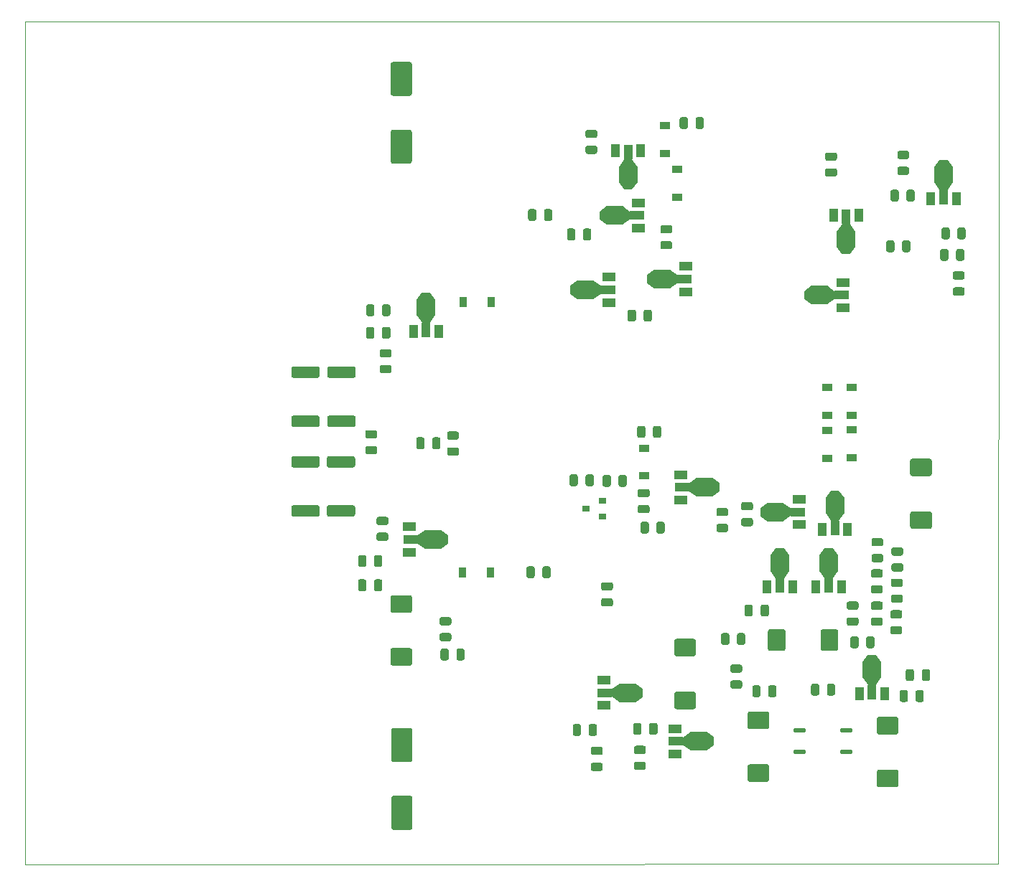
<source format=gtp>
%TF.GenerationSoftware,KiCad,Pcbnew,5.1.6-c6e7f7d~86~ubuntu18.04.1*%
%TF.CreationDate,2020-08-11T14:48:33+12:00*%
%TF.ProjectId,Trimodal SMD Cheap,5472696d-6f64-4616-9c20-534d44204368,rev?*%
%TF.SameCoordinates,Original*%
%TF.FileFunction,Paste,Top*%
%TF.FilePolarity,Positive*%
%FSLAX46Y46*%
G04 Gerber Fmt 4.6, Leading zero omitted, Abs format (unit mm)*
G04 Created by KiCad (PCBNEW 5.1.6-c6e7f7d~86~ubuntu18.04.1) date 2020-08-11 14:48:33*
%MOMM*%
%LPD*%
G01*
G04 APERTURE LIST*
%TA.AperFunction,Profile*%
%ADD10C,0.100000*%
%TD*%
%ADD11R,1.200000X0.900000*%
%ADD12R,0.900000X1.200000*%
%ADD13C,0.150000*%
%ADD14R,1.000000X1.500000*%
%ADD15R,1.000000X1.800000*%
%ADD16R,2.200000X1.840000*%
%ADD17R,1.500000X1.000000*%
%ADD18R,1.800000X1.000000*%
%ADD19R,1.840000X2.200000*%
%ADD20R,0.900000X0.800000*%
G04 APERTURE END LIST*
D10*
X62293500Y-131635500D02*
X31686500Y-131635500D01*
X62230000Y-32194500D02*
X31623000Y-32194500D01*
X31686500Y-131635500D02*
X31623000Y-32194500D01*
X146494500Y-32131000D02*
X146367500Y-131572000D01*
X62230000Y-32194500D02*
X146494500Y-32131000D01*
X146367500Y-131572000D02*
X62293500Y-131635500D01*
G36*
G01*
X77073000Y-127538500D02*
X75073000Y-127538500D01*
G75*
G02*
X74823000Y-127288500I0J250000D01*
G01*
X74823000Y-123788500D01*
G75*
G02*
X75073000Y-123538500I250000J0D01*
G01*
X77073000Y-123538500D01*
G75*
G02*
X77323000Y-123788500I0J-250000D01*
G01*
X77323000Y-127288500D01*
G75*
G02*
X77073000Y-127538500I-250000J0D01*
G01*
G37*
G36*
G01*
X77073000Y-119538500D02*
X75073000Y-119538500D01*
G75*
G02*
X74823000Y-119288500I0J250000D01*
G01*
X74823000Y-115788500D01*
G75*
G02*
X75073000Y-115538500I250000J0D01*
G01*
X77073000Y-115538500D01*
G75*
G02*
X77323000Y-115788500I0J-250000D01*
G01*
X77323000Y-119288500D01*
G75*
G02*
X77073000Y-119538500I-250000J0D01*
G01*
G37*
G36*
G01*
X73330750Y-90601500D02*
X74243250Y-90601500D01*
G75*
G02*
X74487000Y-90845250I0J-243750D01*
G01*
X74487000Y-91332750D01*
G75*
G02*
X74243250Y-91576500I-243750J0D01*
G01*
X73330750Y-91576500D01*
G75*
G02*
X73087000Y-91332750I0J243750D01*
G01*
X73087000Y-90845250D01*
G75*
G02*
X73330750Y-90601500I243750J0D01*
G01*
G37*
G36*
G01*
X73330750Y-92476500D02*
X74243250Y-92476500D01*
G75*
G02*
X74487000Y-92720250I0J-243750D01*
G01*
X74487000Y-93207750D01*
G75*
G02*
X74243250Y-93451500I-243750J0D01*
G01*
X73330750Y-93451500D01*
G75*
G02*
X73087000Y-93207750I0J243750D01*
G01*
X73087000Y-92720250D01*
G75*
G02*
X73330750Y-92476500I243750J0D01*
G01*
G37*
G36*
G01*
X77009500Y-40926500D02*
X75009500Y-40926500D01*
G75*
G02*
X74759500Y-40676500I0J250000D01*
G01*
X74759500Y-37176500D01*
G75*
G02*
X75009500Y-36926500I250000J0D01*
G01*
X77009500Y-36926500D01*
G75*
G02*
X77259500Y-37176500I0J-250000D01*
G01*
X77259500Y-40676500D01*
G75*
G02*
X77009500Y-40926500I-250000J0D01*
G01*
G37*
G36*
G01*
X77009500Y-48926500D02*
X75009500Y-48926500D01*
G75*
G02*
X74759500Y-48676500I0J250000D01*
G01*
X74759500Y-45176500D01*
G75*
G02*
X75009500Y-44926500I250000J0D01*
G01*
X77009500Y-44926500D01*
G75*
G02*
X77259500Y-45176500I0J-250000D01*
G01*
X77259500Y-48676500D01*
G75*
G02*
X77009500Y-48926500I-250000J0D01*
G01*
G37*
D11*
X129095500Y-80327500D03*
X129095500Y-83627500D03*
X129095500Y-75313000D03*
X129095500Y-78613000D03*
X126238000Y-80391000D03*
X126238000Y-83691000D03*
X126238000Y-78612000D03*
X126238000Y-75312000D03*
X108521500Y-52893500D03*
X108521500Y-49593500D03*
X107124500Y-47752000D03*
X107124500Y-44452000D03*
D12*
X86550500Y-97155000D03*
X83250500Y-97155000D03*
X86614000Y-65278000D03*
X83314000Y-65278000D03*
D11*
X104648000Y-85788500D03*
X104648000Y-82488500D03*
D13*
G36*
X138854000Y-49320000D02*
G01*
X139454000Y-48470000D01*
X140454000Y-48470000D01*
X141054000Y-49320000D01*
X138854000Y-49320000D01*
G37*
D14*
X138454000Y-53042000D03*
D15*
X139954000Y-52895500D03*
D14*
X141454000Y-53042000D03*
D16*
X139954000Y-50228500D03*
D13*
G36*
X141054000Y-51138200D02*
G01*
X140354000Y-52138200D01*
X139554000Y-52138200D01*
X138854000Y-51138200D01*
X141054000Y-51138200D01*
G37*
G36*
X132608500Y-109558200D02*
G01*
X131908500Y-110558200D01*
X131108500Y-110558200D01*
X130408500Y-109558200D01*
X132608500Y-109558200D01*
G37*
D16*
X131508500Y-108648500D03*
D14*
X133008500Y-111462000D03*
D15*
X131508500Y-111315500D03*
D14*
X130008500Y-111462000D03*
D13*
G36*
X130408500Y-107740000D02*
G01*
X131008500Y-106890000D01*
X132008500Y-106890000D01*
X132608500Y-107740000D01*
X130408500Y-107740000D01*
G37*
G36*
X127504500Y-96965700D02*
G01*
X126804500Y-97965700D01*
X126004500Y-97965700D01*
X125304500Y-96965700D01*
X127504500Y-96965700D01*
G37*
D16*
X126404500Y-96056000D03*
D14*
X127904500Y-98869500D03*
D15*
X126404500Y-98723000D03*
D14*
X124904500Y-98869500D03*
D13*
G36*
X125304500Y-95147500D02*
G01*
X125904500Y-94297500D01*
X126904500Y-94297500D01*
X127504500Y-95147500D01*
X125304500Y-95147500D01*
G37*
G36*
X119550000Y-95167000D02*
G01*
X120150000Y-94317000D01*
X121150000Y-94317000D01*
X121750000Y-95167000D01*
X119550000Y-95167000D01*
G37*
D14*
X119150000Y-98889000D03*
D15*
X120650000Y-98742500D03*
D14*
X122150000Y-98889000D03*
D16*
X120650000Y-96075500D03*
D13*
G36*
X121750000Y-96985200D02*
G01*
X121050000Y-97985200D01*
X120250000Y-97985200D01*
X119550000Y-96985200D01*
X121750000Y-96985200D01*
G37*
G36*
X129560500Y-58757000D02*
G01*
X128960500Y-59607000D01*
X127960500Y-59607000D01*
X127360500Y-58757000D01*
X129560500Y-58757000D01*
G37*
D14*
X129960500Y-55035000D03*
D15*
X128460500Y-55181500D03*
D14*
X126960500Y-55035000D03*
D16*
X128460500Y-57848500D03*
D13*
G36*
X127360500Y-56938800D02*
G01*
X128060500Y-55938800D01*
X128860500Y-55938800D01*
X129560500Y-56938800D01*
X127360500Y-56938800D01*
G37*
G36*
X103588000Y-110279000D02*
G01*
X104438000Y-110879000D01*
X104438000Y-111879000D01*
X103588000Y-112479000D01*
X103588000Y-110279000D01*
G37*
D17*
X99866000Y-109879000D03*
D18*
X100012500Y-111379000D03*
D17*
X99866000Y-112879000D03*
D19*
X102679500Y-111379000D03*
D13*
G36*
X101769800Y-112479000D02*
G01*
X100769800Y-111779000D01*
X100769800Y-110979000D01*
X101769800Y-110279000D01*
X101769800Y-112479000D01*
G37*
G36*
X126027000Y-88372500D02*
G01*
X126627000Y-87522500D01*
X127627000Y-87522500D01*
X128227000Y-88372500D01*
X126027000Y-88372500D01*
G37*
D14*
X125627000Y-92094500D03*
D15*
X127127000Y-91948000D03*
D14*
X128627000Y-92094500D03*
D16*
X127127000Y-89281000D03*
D13*
G36*
X128227000Y-90190700D02*
G01*
X127527000Y-91190700D01*
X126727000Y-91190700D01*
X126027000Y-90190700D01*
X128227000Y-90190700D01*
G37*
G36*
X120988200Y-88943000D02*
G01*
X121988200Y-89643000D01*
X121988200Y-90443000D01*
X120988200Y-91143000D01*
X120988200Y-88943000D01*
G37*
D19*
X120078500Y-90043000D03*
D17*
X122892000Y-88543000D03*
D18*
X122745500Y-90043000D03*
D17*
X122892000Y-91543000D03*
D13*
G36*
X119170000Y-91143000D02*
G01*
X118320000Y-90543000D01*
X118320000Y-89543000D01*
X119170000Y-88943000D01*
X119170000Y-91143000D01*
G37*
G36*
X126195200Y-63352500D02*
G01*
X127195200Y-64052500D01*
X127195200Y-64852500D01*
X126195200Y-65552500D01*
X126195200Y-63352500D01*
G37*
D19*
X125285500Y-64452500D03*
D17*
X128099000Y-62952500D03*
D18*
X127952500Y-64452500D03*
D17*
X128099000Y-65952500D03*
D13*
G36*
X124377000Y-65552500D02*
G01*
X123527000Y-64952500D01*
X123527000Y-63952500D01*
X124377000Y-63352500D01*
X124377000Y-65552500D01*
G37*
G36*
X98623500Y-62717500D02*
G01*
X99623500Y-63417500D01*
X99623500Y-64217500D01*
X98623500Y-64917500D01*
X98623500Y-62717500D01*
G37*
D19*
X97713800Y-63817500D03*
D17*
X100527300Y-62317500D03*
D18*
X100380800Y-63817500D03*
D17*
X100527300Y-65317500D03*
D13*
G36*
X96805300Y-64917500D02*
G01*
X95955300Y-64317500D01*
X95955300Y-63317500D01*
X96805300Y-62717500D01*
X96805300Y-64917500D01*
G37*
G36*
X105835000Y-63647500D02*
G01*
X104985000Y-63047500D01*
X104985000Y-62047500D01*
X105835000Y-61447500D01*
X105835000Y-63647500D01*
G37*
D17*
X109557000Y-64047500D03*
D18*
X109410500Y-62547500D03*
D17*
X109557000Y-61047500D03*
D19*
X106743500Y-62547500D03*
D13*
G36*
X107653200Y-61447500D02*
G01*
X108653200Y-62147500D01*
X108653200Y-62947500D01*
X107653200Y-63647500D01*
X107653200Y-61447500D01*
G37*
G36*
X100247000Y-56154500D02*
G01*
X99397000Y-55554500D01*
X99397000Y-54554500D01*
X100247000Y-53954500D01*
X100247000Y-56154500D01*
G37*
D17*
X103969000Y-56554500D03*
D18*
X103822500Y-55054500D03*
D17*
X103969000Y-53554500D03*
D19*
X101155500Y-55054500D03*
D13*
G36*
X102065200Y-53954500D02*
G01*
X103065200Y-54654500D01*
X103065200Y-55454500D01*
X102065200Y-56154500D01*
X102065200Y-53954500D01*
G37*
G36*
X103843000Y-51137000D02*
G01*
X103243000Y-51987000D01*
X102243000Y-51987000D01*
X101643000Y-51137000D01*
X103843000Y-51137000D01*
G37*
D14*
X104243000Y-47415000D03*
D15*
X102743000Y-47561500D03*
D14*
X101243000Y-47415000D03*
D16*
X102743000Y-50228500D03*
D13*
G36*
X101643000Y-49318800D02*
G01*
X102343000Y-48318800D01*
X103143000Y-48318800D01*
X103843000Y-49318800D01*
X101643000Y-49318800D01*
G37*
G36*
X80664500Y-92181500D02*
G01*
X81514500Y-92781500D01*
X81514500Y-93781500D01*
X80664500Y-94381500D01*
X80664500Y-92181500D01*
G37*
D17*
X76942500Y-91781500D03*
D18*
X77089000Y-93281500D03*
D17*
X76942500Y-94781500D03*
D19*
X79756000Y-93281500D03*
D13*
G36*
X78846300Y-94381500D02*
G01*
X77846300Y-93681500D01*
X77846300Y-92881500D01*
X78846300Y-92181500D01*
X78846300Y-94381500D01*
G37*
G36*
X80030500Y-66822700D02*
G01*
X79330500Y-67822700D01*
X78530500Y-67822700D01*
X77830500Y-66822700D01*
X80030500Y-66822700D01*
G37*
D16*
X78930500Y-65913000D03*
D14*
X80430500Y-68726500D03*
D15*
X78930500Y-68580000D03*
D14*
X77430500Y-68726500D03*
D13*
G36*
X77830500Y-65004500D02*
G01*
X78430500Y-64154500D01*
X79430500Y-64154500D01*
X80030500Y-65004500D01*
X77830500Y-65004500D01*
G37*
G36*
X110850300Y-88222000D02*
G01*
X109850300Y-87522000D01*
X109850300Y-86722000D01*
X110850300Y-86022000D01*
X110850300Y-88222000D01*
G37*
D19*
X111760000Y-87122000D03*
D17*
X108946500Y-88622000D03*
D18*
X109093000Y-87122000D03*
D17*
X108946500Y-85622000D03*
D13*
G36*
X112668500Y-86022000D02*
G01*
X113518500Y-86622000D01*
X113518500Y-87622000D01*
X112668500Y-88222000D01*
X112668500Y-86022000D01*
G37*
G36*
X110151800Y-118194000D02*
G01*
X109151800Y-117494000D01*
X109151800Y-116694000D01*
X110151800Y-115994000D01*
X110151800Y-118194000D01*
G37*
D19*
X111061500Y-117094000D03*
D17*
X108248000Y-118594000D03*
D18*
X108394500Y-117094000D03*
D17*
X108248000Y-115594000D03*
D13*
G36*
X111970000Y-115994000D02*
G01*
X112820000Y-116594000D01*
X112820000Y-117594000D01*
X111970000Y-118194000D01*
X111970000Y-115994000D01*
G37*
G36*
G01*
X70322501Y-90591000D02*
X67472499Y-90591000D01*
G75*
G02*
X67222500Y-90341001I0J249999D01*
G01*
X67222500Y-89490999D01*
G75*
G02*
X67472499Y-89241000I249999J0D01*
G01*
X70322501Y-89241000D01*
G75*
G02*
X70572500Y-89490999I0J-249999D01*
G01*
X70572500Y-90341001D01*
G75*
G02*
X70322501Y-90591000I-249999J0D01*
G01*
G37*
G36*
G01*
X70322501Y-84791000D02*
X67472499Y-84791000D01*
G75*
G02*
X67222500Y-84541001I0J249999D01*
G01*
X67222500Y-83690999D01*
G75*
G02*
X67472499Y-83441000I249999J0D01*
G01*
X70322501Y-83441000D01*
G75*
G02*
X70572500Y-83690999I0J-249999D01*
G01*
X70572500Y-84541001D01*
G75*
G02*
X70322501Y-84791000I-249999J0D01*
G01*
G37*
G36*
G01*
X70386001Y-74208000D02*
X67535999Y-74208000D01*
G75*
G02*
X67286000Y-73958001I0J249999D01*
G01*
X67286000Y-73107999D01*
G75*
G02*
X67535999Y-72858000I249999J0D01*
G01*
X70386001Y-72858000D01*
G75*
G02*
X70636000Y-73107999I0J-249999D01*
G01*
X70636000Y-73958001D01*
G75*
G02*
X70386001Y-74208000I-249999J0D01*
G01*
G37*
G36*
G01*
X70386001Y-80008000D02*
X67535999Y-80008000D01*
G75*
G02*
X67286000Y-79758001I0J249999D01*
G01*
X67286000Y-78907999D01*
G75*
G02*
X67535999Y-78658000I249999J0D01*
G01*
X70386001Y-78658000D01*
G75*
G02*
X70636000Y-78907999I0J-249999D01*
G01*
X70636000Y-79758001D01*
G75*
G02*
X70386001Y-80008000I-249999J0D01*
G01*
G37*
G36*
G01*
X135055000Y-59130250D02*
X135055000Y-58217750D01*
G75*
G02*
X135298750Y-57974000I243750J0D01*
G01*
X135786250Y-57974000D01*
G75*
G02*
X136030000Y-58217750I0J-243750D01*
G01*
X136030000Y-59130250D01*
G75*
G02*
X135786250Y-59374000I-243750J0D01*
G01*
X135298750Y-59374000D01*
G75*
G02*
X135055000Y-59130250I0J243750D01*
G01*
G37*
G36*
G01*
X133180000Y-59130250D02*
X133180000Y-58217750D01*
G75*
G02*
X133423750Y-57974000I243750J0D01*
G01*
X133911250Y-57974000D01*
G75*
G02*
X134155000Y-58217750I0J-243750D01*
G01*
X134155000Y-59130250D01*
G75*
G02*
X133911250Y-59374000I-243750J0D01*
G01*
X133423750Y-59374000D01*
G75*
G02*
X133180000Y-59130250I0J243750D01*
G01*
G37*
G36*
G01*
X82561750Y-81513500D02*
X81649250Y-81513500D01*
G75*
G02*
X81405500Y-81269750I0J243750D01*
G01*
X81405500Y-80782250D01*
G75*
G02*
X81649250Y-80538500I243750J0D01*
G01*
X82561750Y-80538500D01*
G75*
G02*
X82805500Y-80782250I0J-243750D01*
G01*
X82805500Y-81269750D01*
G75*
G02*
X82561750Y-81513500I-243750J0D01*
G01*
G37*
G36*
G01*
X82561750Y-83388500D02*
X81649250Y-83388500D01*
G75*
G02*
X81405500Y-83144750I0J243750D01*
G01*
X81405500Y-82657250D01*
G75*
G02*
X81649250Y-82413500I243750J0D01*
G01*
X82561750Y-82413500D01*
G75*
G02*
X82805500Y-82657250I0J-243750D01*
G01*
X82805500Y-83144750D01*
G75*
G02*
X82561750Y-83388500I-243750J0D01*
G01*
G37*
G36*
G01*
X135496000Y-109739750D02*
X135496000Y-108827250D01*
G75*
G02*
X135739750Y-108583500I243750J0D01*
G01*
X136227250Y-108583500D01*
G75*
G02*
X136471000Y-108827250I0J-243750D01*
G01*
X136471000Y-109739750D01*
G75*
G02*
X136227250Y-109983500I-243750J0D01*
G01*
X135739750Y-109983500D01*
G75*
G02*
X135496000Y-109739750I0J243750D01*
G01*
G37*
G36*
G01*
X137371000Y-109739750D02*
X137371000Y-108827250D01*
G75*
G02*
X137614750Y-108583500I243750J0D01*
G01*
X138102250Y-108583500D01*
G75*
G02*
X138346000Y-108827250I0J-243750D01*
G01*
X138346000Y-109739750D01*
G75*
G02*
X138102250Y-109983500I-243750J0D01*
G01*
X137614750Y-109983500D01*
G75*
G02*
X137371000Y-109739750I0J243750D01*
G01*
G37*
G36*
G01*
X92842500Y-55447250D02*
X92842500Y-54534750D01*
G75*
G02*
X93086250Y-54291000I243750J0D01*
G01*
X93573750Y-54291000D01*
G75*
G02*
X93817500Y-54534750I0J-243750D01*
G01*
X93817500Y-55447250D01*
G75*
G02*
X93573750Y-55691000I-243750J0D01*
G01*
X93086250Y-55691000D01*
G75*
G02*
X92842500Y-55447250I0J243750D01*
G01*
G37*
G36*
G01*
X90967500Y-55447250D02*
X90967500Y-54534750D01*
G75*
G02*
X91211250Y-54291000I243750J0D01*
G01*
X91698750Y-54291000D01*
G75*
G02*
X91942500Y-54534750I0J-243750D01*
G01*
X91942500Y-55447250D01*
G75*
G02*
X91698750Y-55691000I-243750J0D01*
G01*
X91211250Y-55691000D01*
G75*
G02*
X90967500Y-55447250I0J243750D01*
G01*
G37*
G36*
G01*
X131623750Y-96794500D02*
X132536250Y-96794500D01*
G75*
G02*
X132780000Y-97038250I0J-243750D01*
G01*
X132780000Y-97525750D01*
G75*
G02*
X132536250Y-97769500I-243750J0D01*
G01*
X131623750Y-97769500D01*
G75*
G02*
X131380000Y-97525750I0J243750D01*
G01*
X131380000Y-97038250D01*
G75*
G02*
X131623750Y-96794500I243750J0D01*
G01*
G37*
G36*
G01*
X131623750Y-98669500D02*
X132536250Y-98669500D01*
G75*
G02*
X132780000Y-98913250I0J-243750D01*
G01*
X132780000Y-99400750D01*
G75*
G02*
X132536250Y-99644500I-243750J0D01*
G01*
X131623750Y-99644500D01*
G75*
G02*
X131380000Y-99400750I0J243750D01*
G01*
X131380000Y-98913250D01*
G75*
G02*
X131623750Y-98669500I243750J0D01*
G01*
G37*
G36*
G01*
X142188250Y-64495500D02*
X141275750Y-64495500D01*
G75*
G02*
X141032000Y-64251750I0J243750D01*
G01*
X141032000Y-63764250D01*
G75*
G02*
X141275750Y-63520500I243750J0D01*
G01*
X142188250Y-63520500D01*
G75*
G02*
X142432000Y-63764250I0J-243750D01*
G01*
X142432000Y-64251750D01*
G75*
G02*
X142188250Y-64495500I-243750J0D01*
G01*
G37*
G36*
G01*
X142188250Y-62620500D02*
X141275750Y-62620500D01*
G75*
G02*
X141032000Y-62376750I0J243750D01*
G01*
X141032000Y-61889250D01*
G75*
G02*
X141275750Y-61645500I243750J0D01*
G01*
X142188250Y-61645500D01*
G75*
G02*
X142432000Y-61889250I0J-243750D01*
G01*
X142432000Y-62376750D01*
G75*
G02*
X142188250Y-62620500I-243750J0D01*
G01*
G37*
G36*
G01*
X134036750Y-94221000D02*
X134949250Y-94221000D01*
G75*
G02*
X135193000Y-94464750I0J-243750D01*
G01*
X135193000Y-94952250D01*
G75*
G02*
X134949250Y-95196000I-243750J0D01*
G01*
X134036750Y-95196000D01*
G75*
G02*
X133793000Y-94952250I0J243750D01*
G01*
X133793000Y-94464750D01*
G75*
G02*
X134036750Y-94221000I243750J0D01*
G01*
G37*
G36*
G01*
X134036750Y-96096000D02*
X134949250Y-96096000D01*
G75*
G02*
X135193000Y-96339750I0J-243750D01*
G01*
X135193000Y-96827250D01*
G75*
G02*
X134949250Y-97071000I-243750J0D01*
G01*
X134036750Y-97071000D01*
G75*
G02*
X133793000Y-96827250I0J243750D01*
G01*
X133793000Y-96339750D01*
G75*
G02*
X134036750Y-96096000I243750J0D01*
G01*
G37*
G36*
G01*
X132536250Y-101579500D02*
X131623750Y-101579500D01*
G75*
G02*
X131380000Y-101335750I0J243750D01*
G01*
X131380000Y-100848250D01*
G75*
G02*
X131623750Y-100604500I243750J0D01*
G01*
X132536250Y-100604500D01*
G75*
G02*
X132780000Y-100848250I0J-243750D01*
G01*
X132780000Y-101335750D01*
G75*
G02*
X132536250Y-101579500I-243750J0D01*
G01*
G37*
G36*
G01*
X132536250Y-103454500D02*
X131623750Y-103454500D01*
G75*
G02*
X131380000Y-103210750I0J243750D01*
G01*
X131380000Y-102723250D01*
G75*
G02*
X131623750Y-102479500I243750J0D01*
G01*
X132536250Y-102479500D01*
G75*
G02*
X132780000Y-102723250I0J-243750D01*
G01*
X132780000Y-103210750D01*
G75*
G02*
X132536250Y-103454500I-243750J0D01*
G01*
G37*
G36*
G01*
X129678750Y-103454500D02*
X128766250Y-103454500D01*
G75*
G02*
X128522500Y-103210750I0J243750D01*
G01*
X128522500Y-102723250D01*
G75*
G02*
X128766250Y-102479500I243750J0D01*
G01*
X129678750Y-102479500D01*
G75*
G02*
X129922500Y-102723250I0J-243750D01*
G01*
X129922500Y-103210750D01*
G75*
G02*
X129678750Y-103454500I-243750J0D01*
G01*
G37*
G36*
G01*
X129678750Y-101579500D02*
X128766250Y-101579500D01*
G75*
G02*
X128522500Y-101335750I0J243750D01*
G01*
X128522500Y-100848250D01*
G75*
G02*
X128766250Y-100604500I243750J0D01*
G01*
X129678750Y-100604500D01*
G75*
G02*
X129922500Y-100848250I0J-243750D01*
G01*
X129922500Y-101335750D01*
G75*
G02*
X129678750Y-101579500I-243750J0D01*
G01*
G37*
G36*
G01*
X137617500Y-111303750D02*
X137617500Y-112216250D01*
G75*
G02*
X137373750Y-112460000I-243750J0D01*
G01*
X136886250Y-112460000D01*
G75*
G02*
X136642500Y-112216250I0J243750D01*
G01*
X136642500Y-111303750D01*
G75*
G02*
X136886250Y-111060000I243750J0D01*
G01*
X137373750Y-111060000D01*
G75*
G02*
X137617500Y-111303750I0J-243750D01*
G01*
G37*
G36*
G01*
X135742500Y-111303750D02*
X135742500Y-112216250D01*
G75*
G02*
X135498750Y-112460000I-243750J0D01*
G01*
X135011250Y-112460000D01*
G75*
G02*
X134767500Y-112216250I0J243750D01*
G01*
X134767500Y-111303750D01*
G75*
G02*
X135011250Y-111060000I243750J0D01*
G01*
X135498750Y-111060000D01*
G75*
G02*
X135742500Y-111303750I0J-243750D01*
G01*
G37*
G36*
G01*
X126195000Y-111454250D02*
X126195000Y-110541750D01*
G75*
G02*
X126438750Y-110298000I243750J0D01*
G01*
X126926250Y-110298000D01*
G75*
G02*
X127170000Y-110541750I0J-243750D01*
G01*
X127170000Y-111454250D01*
G75*
G02*
X126926250Y-111698000I-243750J0D01*
G01*
X126438750Y-111698000D01*
G75*
G02*
X126195000Y-111454250I0J243750D01*
G01*
G37*
G36*
G01*
X124320000Y-111454250D02*
X124320000Y-110541750D01*
G75*
G02*
X124563750Y-110298000I243750J0D01*
G01*
X125051250Y-110298000D01*
G75*
G02*
X125295000Y-110541750I0J-243750D01*
G01*
X125295000Y-111454250D01*
G75*
G02*
X125051250Y-111698000I-243750J0D01*
G01*
X124563750Y-111698000D01*
G75*
G02*
X124320000Y-111454250I0J243750D01*
G01*
G37*
G36*
G01*
X141420000Y-60146250D02*
X141420000Y-59233750D01*
G75*
G02*
X141663750Y-58990000I243750J0D01*
G01*
X142151250Y-58990000D01*
G75*
G02*
X142395000Y-59233750I0J-243750D01*
G01*
X142395000Y-60146250D01*
G75*
G02*
X142151250Y-60390000I-243750J0D01*
G01*
X141663750Y-60390000D01*
G75*
G02*
X141420000Y-60146250I0J243750D01*
G01*
G37*
G36*
G01*
X139545000Y-60146250D02*
X139545000Y-59233750D01*
G75*
G02*
X139788750Y-58990000I243750J0D01*
G01*
X140276250Y-58990000D01*
G75*
G02*
X140520000Y-59233750I0J-243750D01*
G01*
X140520000Y-60146250D01*
G75*
G02*
X140276250Y-60390000I-243750J0D01*
G01*
X139788750Y-60390000D01*
G75*
G02*
X139545000Y-60146250I0J243750D01*
G01*
G37*
G36*
G01*
X139695000Y-57606250D02*
X139695000Y-56693750D01*
G75*
G02*
X139938750Y-56450000I243750J0D01*
G01*
X140426250Y-56450000D01*
G75*
G02*
X140670000Y-56693750I0J-243750D01*
G01*
X140670000Y-57606250D01*
G75*
G02*
X140426250Y-57850000I-243750J0D01*
G01*
X139938750Y-57850000D01*
G75*
G02*
X139695000Y-57606250I0J243750D01*
G01*
G37*
G36*
G01*
X141570000Y-57606250D02*
X141570000Y-56693750D01*
G75*
G02*
X141813750Y-56450000I243750J0D01*
G01*
X142301250Y-56450000D01*
G75*
G02*
X142545000Y-56693750I0J-243750D01*
G01*
X142545000Y-57606250D01*
G75*
G02*
X142301250Y-57850000I-243750J0D01*
G01*
X141813750Y-57850000D01*
G75*
G02*
X141570000Y-57606250I0J243750D01*
G01*
G37*
G36*
G01*
X113715500Y-105485250D02*
X113715500Y-104572750D01*
G75*
G02*
X113959250Y-104329000I243750J0D01*
G01*
X114446750Y-104329000D01*
G75*
G02*
X114690500Y-104572750I0J-243750D01*
G01*
X114690500Y-105485250D01*
G75*
G02*
X114446750Y-105729000I-243750J0D01*
G01*
X113959250Y-105729000D01*
G75*
G02*
X113715500Y-105485250I0J243750D01*
G01*
G37*
G36*
G01*
X115590500Y-105485250D02*
X115590500Y-104572750D01*
G75*
G02*
X115834250Y-104329000I243750J0D01*
G01*
X116321750Y-104329000D01*
G75*
G02*
X116565500Y-104572750I0J-243750D01*
G01*
X116565500Y-105485250D01*
G75*
G02*
X116321750Y-105729000I-243750J0D01*
G01*
X115834250Y-105729000D01*
G75*
G02*
X115590500Y-105485250I0J243750D01*
G01*
G37*
G36*
G01*
X132599750Y-94086500D02*
X131687250Y-94086500D01*
G75*
G02*
X131443500Y-93842750I0J243750D01*
G01*
X131443500Y-93355250D01*
G75*
G02*
X131687250Y-93111500I243750J0D01*
G01*
X132599750Y-93111500D01*
G75*
G02*
X132843500Y-93355250I0J-243750D01*
G01*
X132843500Y-93842750D01*
G75*
G02*
X132599750Y-94086500I-243750J0D01*
G01*
G37*
G36*
G01*
X132599750Y-95961500D02*
X131687250Y-95961500D01*
G75*
G02*
X131443500Y-95717750I0J243750D01*
G01*
X131443500Y-95230250D01*
G75*
G02*
X131687250Y-94986500I243750J0D01*
G01*
X132599750Y-94986500D01*
G75*
G02*
X132843500Y-95230250I0J-243750D01*
G01*
X132843500Y-95717750D01*
G75*
G02*
X132599750Y-95961500I-243750J0D01*
G01*
G37*
G36*
G01*
X82507000Y-107311750D02*
X82507000Y-106399250D01*
G75*
G02*
X82750750Y-106155500I243750J0D01*
G01*
X83238250Y-106155500D01*
G75*
G02*
X83482000Y-106399250I0J-243750D01*
G01*
X83482000Y-107311750D01*
G75*
G02*
X83238250Y-107555500I-243750J0D01*
G01*
X82750750Y-107555500D01*
G75*
G02*
X82507000Y-107311750I0J243750D01*
G01*
G37*
G36*
G01*
X80632000Y-107311750D02*
X80632000Y-106399250D01*
G75*
G02*
X80875750Y-106155500I243750J0D01*
G01*
X81363250Y-106155500D01*
G75*
G02*
X81607000Y-106399250I0J-243750D01*
G01*
X81607000Y-107311750D01*
G75*
G02*
X81363250Y-107555500I-243750J0D01*
G01*
X80875750Y-107555500D01*
G75*
G02*
X80632000Y-107311750I0J243750D01*
G01*
G37*
G36*
G01*
X100722750Y-99308500D02*
X99810250Y-99308500D01*
G75*
G02*
X99566500Y-99064750I0J243750D01*
G01*
X99566500Y-98577250D01*
G75*
G02*
X99810250Y-98333500I243750J0D01*
G01*
X100722750Y-98333500D01*
G75*
G02*
X100966500Y-98577250I0J-243750D01*
G01*
X100966500Y-99064750D01*
G75*
G02*
X100722750Y-99308500I-243750J0D01*
G01*
G37*
G36*
G01*
X100722750Y-101183500D02*
X99810250Y-101183500D01*
G75*
G02*
X99566500Y-100939750I0J243750D01*
G01*
X99566500Y-100452250D01*
G75*
G02*
X99810250Y-100208500I243750J0D01*
G01*
X100722750Y-100208500D01*
G75*
G02*
X100966500Y-100452250I0J-243750D01*
G01*
X100966500Y-100939750D01*
G75*
G02*
X100722750Y-101183500I-243750J0D01*
G01*
G37*
G36*
G01*
X93612000Y-96698750D02*
X93612000Y-97611250D01*
G75*
G02*
X93368250Y-97855000I-243750J0D01*
G01*
X92880750Y-97855000D01*
G75*
G02*
X92637000Y-97611250I0J243750D01*
G01*
X92637000Y-96698750D01*
G75*
G02*
X92880750Y-96455000I243750J0D01*
G01*
X93368250Y-96455000D01*
G75*
G02*
X93612000Y-96698750I0J-243750D01*
G01*
G37*
G36*
G01*
X91737000Y-96698750D02*
X91737000Y-97611250D01*
G75*
G02*
X91493250Y-97855000I-243750J0D01*
G01*
X91005750Y-97855000D01*
G75*
G02*
X90762000Y-97611250I0J243750D01*
G01*
X90762000Y-96698750D01*
G75*
G02*
X91005750Y-96455000I243750J0D01*
G01*
X91493250Y-96455000D01*
G75*
G02*
X91737000Y-96698750I0J-243750D01*
G01*
G37*
G36*
G01*
X104596250Y-118597500D02*
X103683750Y-118597500D01*
G75*
G02*
X103440000Y-118353750I0J243750D01*
G01*
X103440000Y-117866250D01*
G75*
G02*
X103683750Y-117622500I243750J0D01*
G01*
X104596250Y-117622500D01*
G75*
G02*
X104840000Y-117866250I0J-243750D01*
G01*
X104840000Y-118353750D01*
G75*
G02*
X104596250Y-118597500I-243750J0D01*
G01*
G37*
G36*
G01*
X104596250Y-120472500D02*
X103683750Y-120472500D01*
G75*
G02*
X103440000Y-120228750I0J243750D01*
G01*
X103440000Y-119741250D01*
G75*
G02*
X103683750Y-119497500I243750J0D01*
G01*
X104596250Y-119497500D01*
G75*
G02*
X104840000Y-119741250I0J-243750D01*
G01*
X104840000Y-120228750D01*
G75*
G02*
X104596250Y-120472500I-243750J0D01*
G01*
G37*
G36*
G01*
X81672750Y-105296000D02*
X80760250Y-105296000D01*
G75*
G02*
X80516500Y-105052250I0J243750D01*
G01*
X80516500Y-104564750D01*
G75*
G02*
X80760250Y-104321000I243750J0D01*
G01*
X81672750Y-104321000D01*
G75*
G02*
X81916500Y-104564750I0J-243750D01*
G01*
X81916500Y-105052250D01*
G75*
G02*
X81672750Y-105296000I-243750J0D01*
G01*
G37*
G36*
G01*
X81672750Y-103421000D02*
X80760250Y-103421000D01*
G75*
G02*
X80516500Y-103177250I0J243750D01*
G01*
X80516500Y-102689750D01*
G75*
G02*
X80760250Y-102446000I243750J0D01*
G01*
X81672750Y-102446000D01*
G75*
G02*
X81916500Y-102689750I0J-243750D01*
G01*
X81916500Y-103177250D01*
G75*
G02*
X81672750Y-103421000I-243750J0D01*
G01*
G37*
G36*
G01*
X105550000Y-66409250D02*
X105550000Y-67321750D01*
G75*
G02*
X105306250Y-67565500I-243750J0D01*
G01*
X104818750Y-67565500D01*
G75*
G02*
X104575000Y-67321750I0J243750D01*
G01*
X104575000Y-66409250D01*
G75*
G02*
X104818750Y-66165500I243750J0D01*
G01*
X105306250Y-66165500D01*
G75*
G02*
X105550000Y-66409250I0J-243750D01*
G01*
G37*
G36*
G01*
X103675000Y-66409250D02*
X103675000Y-67321750D01*
G75*
G02*
X103431250Y-67565500I-243750J0D01*
G01*
X102943750Y-67565500D01*
G75*
G02*
X102700000Y-67321750I0J243750D01*
G01*
X102700000Y-66409250D01*
G75*
G02*
X102943750Y-66165500I243750J0D01*
G01*
X103431250Y-66165500D01*
G75*
G02*
X103675000Y-66409250I0J-243750D01*
G01*
G37*
G36*
G01*
X79649500Y-82371250D02*
X79649500Y-81458750D01*
G75*
G02*
X79893250Y-81215000I243750J0D01*
G01*
X80380750Y-81215000D01*
G75*
G02*
X80624500Y-81458750I0J-243750D01*
G01*
X80624500Y-82371250D01*
G75*
G02*
X80380750Y-82615000I-243750J0D01*
G01*
X79893250Y-82615000D01*
G75*
G02*
X79649500Y-82371250I0J243750D01*
G01*
G37*
G36*
G01*
X77774500Y-82371250D02*
X77774500Y-81458750D01*
G75*
G02*
X78018250Y-81215000I243750J0D01*
G01*
X78505750Y-81215000D01*
G75*
G02*
X78749500Y-81458750I0J-243750D01*
G01*
X78749500Y-82371250D01*
G75*
G02*
X78505750Y-82615000I-243750J0D01*
G01*
X78018250Y-82615000D01*
G75*
G02*
X77774500Y-82371250I0J243750D01*
G01*
G37*
G36*
G01*
X71997250Y-80378000D02*
X72909750Y-80378000D01*
G75*
G02*
X73153500Y-80621750I0J-243750D01*
G01*
X73153500Y-81109250D01*
G75*
G02*
X72909750Y-81353000I-243750J0D01*
G01*
X71997250Y-81353000D01*
G75*
G02*
X71753500Y-81109250I0J243750D01*
G01*
X71753500Y-80621750D01*
G75*
G02*
X71997250Y-80378000I243750J0D01*
G01*
G37*
G36*
G01*
X71997250Y-82253000D02*
X72909750Y-82253000D01*
G75*
G02*
X73153500Y-82496750I0J-243750D01*
G01*
X73153500Y-82984250D01*
G75*
G02*
X72909750Y-83228000I-243750J0D01*
G01*
X71997250Y-83228000D01*
G75*
G02*
X71753500Y-82984250I0J243750D01*
G01*
X71753500Y-82496750D01*
G75*
G02*
X71997250Y-82253000I243750J0D01*
G01*
G37*
G36*
G01*
X107707750Y-59034500D02*
X106795250Y-59034500D01*
G75*
G02*
X106551500Y-58790750I0J243750D01*
G01*
X106551500Y-58303250D01*
G75*
G02*
X106795250Y-58059500I243750J0D01*
G01*
X107707750Y-58059500D01*
G75*
G02*
X107951500Y-58303250I0J-243750D01*
G01*
X107951500Y-58790750D01*
G75*
G02*
X107707750Y-59034500I-243750J0D01*
G01*
G37*
G36*
G01*
X107707750Y-57159500D02*
X106795250Y-57159500D01*
G75*
G02*
X106551500Y-56915750I0J243750D01*
G01*
X106551500Y-56428250D01*
G75*
G02*
X106795250Y-56184500I243750J0D01*
G01*
X107707750Y-56184500D01*
G75*
G02*
X107951500Y-56428250I0J-243750D01*
G01*
X107951500Y-56915750D01*
G75*
G02*
X107707750Y-57159500I-243750J0D01*
G01*
G37*
G36*
G01*
X72791500Y-96277750D02*
X72791500Y-95365250D01*
G75*
G02*
X73035250Y-95121500I243750J0D01*
G01*
X73522750Y-95121500D01*
G75*
G02*
X73766500Y-95365250I0J-243750D01*
G01*
X73766500Y-96277750D01*
G75*
G02*
X73522750Y-96521500I-243750J0D01*
G01*
X73035250Y-96521500D01*
G75*
G02*
X72791500Y-96277750I0J243750D01*
G01*
G37*
G36*
G01*
X70916500Y-96277750D02*
X70916500Y-95365250D01*
G75*
G02*
X71160250Y-95121500I243750J0D01*
G01*
X71647750Y-95121500D01*
G75*
G02*
X71891500Y-95365250I0J-243750D01*
G01*
X71891500Y-96277750D01*
G75*
G02*
X71647750Y-96521500I-243750J0D01*
G01*
X71160250Y-96521500D01*
G75*
G02*
X70916500Y-96277750I0J243750D01*
G01*
G37*
G36*
G01*
X113399250Y-91430500D02*
X114311750Y-91430500D01*
G75*
G02*
X114555500Y-91674250I0J-243750D01*
G01*
X114555500Y-92161750D01*
G75*
G02*
X114311750Y-92405500I-243750J0D01*
G01*
X113399250Y-92405500D01*
G75*
G02*
X113155500Y-92161750I0J243750D01*
G01*
X113155500Y-91674250D01*
G75*
G02*
X113399250Y-91430500I243750J0D01*
G01*
G37*
G36*
G01*
X113399250Y-89555500D02*
X114311750Y-89555500D01*
G75*
G02*
X114555500Y-89799250I0J-243750D01*
G01*
X114555500Y-90286750D01*
G75*
G02*
X114311750Y-90530500I-243750J0D01*
G01*
X113399250Y-90530500D01*
G75*
G02*
X113155500Y-90286750I0J243750D01*
G01*
X113155500Y-89799250D01*
G75*
G02*
X113399250Y-89555500I243750J0D01*
G01*
G37*
G36*
G01*
X97429500Y-57733250D02*
X97429500Y-56820750D01*
G75*
G02*
X97673250Y-56577000I243750J0D01*
G01*
X98160750Y-56577000D01*
G75*
G02*
X98404500Y-56820750I0J-243750D01*
G01*
X98404500Y-57733250D01*
G75*
G02*
X98160750Y-57977000I-243750J0D01*
G01*
X97673250Y-57977000D01*
G75*
G02*
X97429500Y-57733250I0J243750D01*
G01*
G37*
G36*
G01*
X95554500Y-57733250D02*
X95554500Y-56820750D01*
G75*
G02*
X95798250Y-56577000I243750J0D01*
G01*
X96285750Y-56577000D01*
G75*
G02*
X96529500Y-56820750I0J-243750D01*
G01*
X96529500Y-57733250D01*
G75*
G02*
X96285750Y-57977000I-243750J0D01*
G01*
X95798250Y-57977000D01*
G75*
G02*
X95554500Y-57733250I0J243750D01*
G01*
G37*
G36*
G01*
X70916500Y-99135250D02*
X70916500Y-98222750D01*
G75*
G02*
X71160250Y-97979000I243750J0D01*
G01*
X71647750Y-97979000D01*
G75*
G02*
X71891500Y-98222750I0J-243750D01*
G01*
X71891500Y-99135250D01*
G75*
G02*
X71647750Y-99379000I-243750J0D01*
G01*
X71160250Y-99379000D01*
G75*
G02*
X70916500Y-99135250I0J243750D01*
G01*
G37*
G36*
G01*
X72791500Y-99135250D02*
X72791500Y-98222750D01*
G75*
G02*
X73035250Y-97979000I243750J0D01*
G01*
X73522750Y-97979000D01*
G75*
G02*
X73766500Y-98222750I0J-243750D01*
G01*
X73766500Y-99135250D01*
G75*
G02*
X73522750Y-99379000I-243750J0D01*
G01*
X73035250Y-99379000D01*
G75*
G02*
X72791500Y-99135250I0J243750D01*
G01*
G37*
G36*
G01*
X72844000Y-65774250D02*
X72844000Y-66686750D01*
G75*
G02*
X72600250Y-66930500I-243750J0D01*
G01*
X72112750Y-66930500D01*
G75*
G02*
X71869000Y-66686750I0J243750D01*
G01*
X71869000Y-65774250D01*
G75*
G02*
X72112750Y-65530500I243750J0D01*
G01*
X72600250Y-65530500D01*
G75*
G02*
X72844000Y-65774250I0J-243750D01*
G01*
G37*
G36*
G01*
X74719000Y-65774250D02*
X74719000Y-66686750D01*
G75*
G02*
X74475250Y-66930500I-243750J0D01*
G01*
X73987750Y-66930500D01*
G75*
G02*
X73744000Y-66686750I0J243750D01*
G01*
X73744000Y-65774250D01*
G75*
G02*
X73987750Y-65530500I243750J0D01*
G01*
X74475250Y-65530500D01*
G75*
G02*
X74719000Y-65774250I0J-243750D01*
G01*
G37*
G36*
G01*
X74624250Y-71798000D02*
X73711750Y-71798000D01*
G75*
G02*
X73468000Y-71554250I0J243750D01*
G01*
X73468000Y-71066750D01*
G75*
G02*
X73711750Y-70823000I243750J0D01*
G01*
X74624250Y-70823000D01*
G75*
G02*
X74868000Y-71066750I0J-243750D01*
G01*
X74868000Y-71554250D01*
G75*
G02*
X74624250Y-71798000I-243750J0D01*
G01*
G37*
G36*
G01*
X74624250Y-73673000D02*
X73711750Y-73673000D01*
G75*
G02*
X73468000Y-73429250I0J243750D01*
G01*
X73468000Y-72941750D01*
G75*
G02*
X73711750Y-72698000I243750J0D01*
G01*
X74624250Y-72698000D01*
G75*
G02*
X74868000Y-72941750I0J-243750D01*
G01*
X74868000Y-73429250D01*
G75*
G02*
X74624250Y-73673000I-243750J0D01*
G01*
G37*
G36*
G01*
X74719000Y-68441250D02*
X74719000Y-69353750D01*
G75*
G02*
X74475250Y-69597500I-243750J0D01*
G01*
X73987750Y-69597500D01*
G75*
G02*
X73744000Y-69353750I0J243750D01*
G01*
X73744000Y-68441250D01*
G75*
G02*
X73987750Y-68197500I243750J0D01*
G01*
X74475250Y-68197500D01*
G75*
G02*
X74719000Y-68441250I0J-243750D01*
G01*
G37*
G36*
G01*
X72844000Y-68441250D02*
X72844000Y-69353750D01*
G75*
G02*
X72600250Y-69597500I-243750J0D01*
G01*
X72112750Y-69597500D01*
G75*
G02*
X71869000Y-69353750I0J243750D01*
G01*
X71869000Y-68441250D01*
G75*
G02*
X72112750Y-68197500I243750J0D01*
G01*
X72600250Y-68197500D01*
G75*
G02*
X72844000Y-68441250I0J-243750D01*
G01*
G37*
G36*
G01*
X101620500Y-86816250D02*
X101620500Y-85903750D01*
G75*
G02*
X101864250Y-85660000I243750J0D01*
G01*
X102351750Y-85660000D01*
G75*
G02*
X102595500Y-85903750I0J-243750D01*
G01*
X102595500Y-86816250D01*
G75*
G02*
X102351750Y-87060000I-243750J0D01*
G01*
X101864250Y-87060000D01*
G75*
G02*
X101620500Y-86816250I0J243750D01*
G01*
G37*
G36*
G01*
X99745500Y-86816250D02*
X99745500Y-85903750D01*
G75*
G02*
X99989250Y-85660000I243750J0D01*
G01*
X100476750Y-85660000D01*
G75*
G02*
X100720500Y-85903750I0J-243750D01*
G01*
X100720500Y-86816250D01*
G75*
G02*
X100476750Y-87060000I-243750J0D01*
G01*
X99989250Y-87060000D01*
G75*
G02*
X99745500Y-86816250I0J243750D01*
G01*
G37*
G36*
G01*
X98707000Y-85840250D02*
X98707000Y-86752750D01*
G75*
G02*
X98463250Y-86996500I-243750J0D01*
G01*
X97975750Y-86996500D01*
G75*
G02*
X97732000Y-86752750I0J243750D01*
G01*
X97732000Y-85840250D01*
G75*
G02*
X97975750Y-85596500I243750J0D01*
G01*
X98463250Y-85596500D01*
G75*
G02*
X98707000Y-85840250I0J-243750D01*
G01*
G37*
G36*
G01*
X96832000Y-85840250D02*
X96832000Y-86752750D01*
G75*
G02*
X96588250Y-86996500I-243750J0D01*
G01*
X96100750Y-86996500D01*
G75*
G02*
X95857000Y-86752750I0J243750D01*
G01*
X95857000Y-85840250D01*
G75*
G02*
X96100750Y-85596500I243750J0D01*
G01*
X96588250Y-85596500D01*
G75*
G02*
X96832000Y-85840250I0J-243750D01*
G01*
G37*
G36*
G01*
X106099000Y-92340750D02*
X106099000Y-91428250D01*
G75*
G02*
X106342750Y-91184500I243750J0D01*
G01*
X106830250Y-91184500D01*
G75*
G02*
X107074000Y-91428250I0J-243750D01*
G01*
X107074000Y-92340750D01*
G75*
G02*
X106830250Y-92584500I-243750J0D01*
G01*
X106342750Y-92584500D01*
G75*
G02*
X106099000Y-92340750I0J243750D01*
G01*
G37*
G36*
G01*
X104224000Y-92340750D02*
X104224000Y-91428250D01*
G75*
G02*
X104467750Y-91184500I243750J0D01*
G01*
X104955250Y-91184500D01*
G75*
G02*
X105199000Y-91428250I0J-243750D01*
G01*
X105199000Y-92340750D01*
G75*
G02*
X104955250Y-92584500I-243750J0D01*
G01*
X104467750Y-92584500D01*
G75*
G02*
X104224000Y-92340750I0J243750D01*
G01*
G37*
G36*
G01*
X104128250Y-89208000D02*
X105040750Y-89208000D01*
G75*
G02*
X105284500Y-89451750I0J-243750D01*
G01*
X105284500Y-89939250D01*
G75*
G02*
X105040750Y-90183000I-243750J0D01*
G01*
X104128250Y-90183000D01*
G75*
G02*
X103884500Y-89939250I0J243750D01*
G01*
X103884500Y-89451750D01*
G75*
G02*
X104128250Y-89208000I243750J0D01*
G01*
G37*
G36*
G01*
X104128250Y-87333000D02*
X105040750Y-87333000D01*
G75*
G02*
X105284500Y-87576750I0J-243750D01*
G01*
X105284500Y-88064250D01*
G75*
G02*
X105040750Y-88308000I-243750J0D01*
G01*
X104128250Y-88308000D01*
G75*
G02*
X103884500Y-88064250I0J243750D01*
G01*
X103884500Y-87576750D01*
G75*
G02*
X104128250Y-87333000I243750J0D01*
G01*
G37*
G36*
G01*
X135563000Y-53161250D02*
X135563000Y-52248750D01*
G75*
G02*
X135806750Y-52005000I243750J0D01*
G01*
X136294250Y-52005000D01*
G75*
G02*
X136538000Y-52248750I0J-243750D01*
G01*
X136538000Y-53161250D01*
G75*
G02*
X136294250Y-53405000I-243750J0D01*
G01*
X135806750Y-53405000D01*
G75*
G02*
X135563000Y-53161250I0J243750D01*
G01*
G37*
G36*
G01*
X133688000Y-53161250D02*
X133688000Y-52248750D01*
G75*
G02*
X133931750Y-52005000I243750J0D01*
G01*
X134419250Y-52005000D01*
G75*
G02*
X134663000Y-52248750I0J-243750D01*
G01*
X134663000Y-53161250D01*
G75*
G02*
X134419250Y-53405000I-243750J0D01*
G01*
X133931750Y-53405000D01*
G75*
G02*
X133688000Y-53161250I0J243750D01*
G01*
G37*
G36*
G01*
X131805500Y-104953750D02*
X131805500Y-105866250D01*
G75*
G02*
X131561750Y-106110000I-243750J0D01*
G01*
X131074250Y-106110000D01*
G75*
G02*
X130830500Y-105866250I0J243750D01*
G01*
X130830500Y-104953750D01*
G75*
G02*
X131074250Y-104710000I243750J0D01*
G01*
X131561750Y-104710000D01*
G75*
G02*
X131805500Y-104953750I0J-243750D01*
G01*
G37*
G36*
G01*
X129930500Y-104953750D02*
X129930500Y-105866250D01*
G75*
G02*
X129686750Y-106110000I-243750J0D01*
G01*
X129199250Y-106110000D01*
G75*
G02*
X128955500Y-105866250I0J243750D01*
G01*
X128955500Y-104953750D01*
G75*
G02*
X129199250Y-104710000I243750J0D01*
G01*
X129686750Y-104710000D01*
G75*
G02*
X129930500Y-104953750I0J-243750D01*
G01*
G37*
G36*
G01*
X135647750Y-50271500D02*
X134735250Y-50271500D01*
G75*
G02*
X134491500Y-50027750I0J243750D01*
G01*
X134491500Y-49540250D01*
G75*
G02*
X134735250Y-49296500I243750J0D01*
G01*
X135647750Y-49296500D01*
G75*
G02*
X135891500Y-49540250I0J-243750D01*
G01*
X135891500Y-50027750D01*
G75*
G02*
X135647750Y-50271500I-243750J0D01*
G01*
G37*
G36*
G01*
X135647750Y-48396500D02*
X134735250Y-48396500D01*
G75*
G02*
X134491500Y-48152750I0J243750D01*
G01*
X134491500Y-47665250D01*
G75*
G02*
X134735250Y-47421500I243750J0D01*
G01*
X135647750Y-47421500D01*
G75*
G02*
X135891500Y-47665250I0J-243750D01*
G01*
X135891500Y-48152750D01*
G75*
G02*
X135647750Y-48396500I-243750J0D01*
G01*
G37*
G36*
G01*
X108826000Y-44588750D02*
X108826000Y-43676250D01*
G75*
G02*
X109069750Y-43432500I243750J0D01*
G01*
X109557250Y-43432500D01*
G75*
G02*
X109801000Y-43676250I0J-243750D01*
G01*
X109801000Y-44588750D01*
G75*
G02*
X109557250Y-44832500I-243750J0D01*
G01*
X109069750Y-44832500D01*
G75*
G02*
X108826000Y-44588750I0J243750D01*
G01*
G37*
G36*
G01*
X110701000Y-44588750D02*
X110701000Y-43676250D01*
G75*
G02*
X110944750Y-43432500I243750J0D01*
G01*
X111432250Y-43432500D01*
G75*
G02*
X111676000Y-43676250I0J-243750D01*
G01*
X111676000Y-44588750D01*
G75*
G02*
X111432250Y-44832500I-243750J0D01*
G01*
X110944750Y-44832500D01*
G75*
G02*
X110701000Y-44588750I0J243750D01*
G01*
G37*
G36*
G01*
X127138750Y-48587000D02*
X126226250Y-48587000D01*
G75*
G02*
X125982500Y-48343250I0J243750D01*
G01*
X125982500Y-47855750D01*
G75*
G02*
X126226250Y-47612000I243750J0D01*
G01*
X127138750Y-47612000D01*
G75*
G02*
X127382500Y-47855750I0J-243750D01*
G01*
X127382500Y-48343250D01*
G75*
G02*
X127138750Y-48587000I-243750J0D01*
G01*
G37*
G36*
G01*
X127138750Y-50462000D02*
X126226250Y-50462000D01*
G75*
G02*
X125982500Y-50218250I0J243750D01*
G01*
X125982500Y-49730750D01*
G75*
G02*
X126226250Y-49487000I243750J0D01*
G01*
X127138750Y-49487000D01*
G75*
G02*
X127382500Y-49730750I0J-243750D01*
G01*
X127382500Y-50218250D01*
G75*
G02*
X127138750Y-50462000I-243750J0D01*
G01*
G37*
G36*
G01*
X115962750Y-109009000D02*
X115050250Y-109009000D01*
G75*
G02*
X114806500Y-108765250I0J243750D01*
G01*
X114806500Y-108277750D01*
G75*
G02*
X115050250Y-108034000I243750J0D01*
G01*
X115962750Y-108034000D01*
G75*
G02*
X116206500Y-108277750I0J-243750D01*
G01*
X116206500Y-108765250D01*
G75*
G02*
X115962750Y-109009000I-243750J0D01*
G01*
G37*
G36*
G01*
X115962750Y-110884000D02*
X115050250Y-110884000D01*
G75*
G02*
X114806500Y-110640250I0J243750D01*
G01*
X114806500Y-110152750D01*
G75*
G02*
X115050250Y-109909000I243750J0D01*
G01*
X115962750Y-109909000D01*
G75*
G02*
X116206500Y-110152750I0J-243750D01*
G01*
X116206500Y-110640250D01*
G75*
G02*
X115962750Y-110884000I-243750J0D01*
G01*
G37*
G36*
G01*
X117232750Y-89847000D02*
X116320250Y-89847000D01*
G75*
G02*
X116076500Y-89603250I0J243750D01*
G01*
X116076500Y-89115750D01*
G75*
G02*
X116320250Y-88872000I243750J0D01*
G01*
X117232750Y-88872000D01*
G75*
G02*
X117476500Y-89115750I0J-243750D01*
G01*
X117476500Y-89603250D01*
G75*
G02*
X117232750Y-89847000I-243750J0D01*
G01*
G37*
G36*
G01*
X117232750Y-91722000D02*
X116320250Y-91722000D01*
G75*
G02*
X116076500Y-91478250I0J243750D01*
G01*
X116076500Y-90990750D01*
G75*
G02*
X116320250Y-90747000I243750J0D01*
G01*
X117232750Y-90747000D01*
G75*
G02*
X117476500Y-90990750I0J-243750D01*
G01*
X117476500Y-91478250D01*
G75*
G02*
X117232750Y-91722000I-243750J0D01*
G01*
G37*
G36*
G01*
X103365000Y-116089750D02*
X103365000Y-115177250D01*
G75*
G02*
X103608750Y-114933500I243750J0D01*
G01*
X104096250Y-114933500D01*
G75*
G02*
X104340000Y-115177250I0J-243750D01*
G01*
X104340000Y-116089750D01*
G75*
G02*
X104096250Y-116333500I-243750J0D01*
G01*
X103608750Y-116333500D01*
G75*
G02*
X103365000Y-116089750I0J243750D01*
G01*
G37*
G36*
G01*
X105240000Y-116089750D02*
X105240000Y-115177250D01*
G75*
G02*
X105483750Y-114933500I243750J0D01*
G01*
X105971250Y-114933500D01*
G75*
G02*
X106215000Y-115177250I0J-243750D01*
G01*
X106215000Y-116089750D01*
G75*
G02*
X105971250Y-116333500I-243750J0D01*
G01*
X105483750Y-116333500D01*
G75*
G02*
X105240000Y-116089750I0J243750D01*
G01*
G37*
G36*
G01*
X99516250Y-120599500D02*
X98603750Y-120599500D01*
G75*
G02*
X98360000Y-120355750I0J243750D01*
G01*
X98360000Y-119868250D01*
G75*
G02*
X98603750Y-119624500I243750J0D01*
G01*
X99516250Y-119624500D01*
G75*
G02*
X99760000Y-119868250I0J-243750D01*
G01*
X99760000Y-120355750D01*
G75*
G02*
X99516250Y-120599500I-243750J0D01*
G01*
G37*
G36*
G01*
X99516250Y-118724500D02*
X98603750Y-118724500D01*
G75*
G02*
X98360000Y-118480750I0J243750D01*
G01*
X98360000Y-117993250D01*
G75*
G02*
X98603750Y-117749500I243750J0D01*
G01*
X99516250Y-117749500D01*
G75*
G02*
X99760000Y-117993250I0J-243750D01*
G01*
X99760000Y-118480750D01*
G75*
G02*
X99516250Y-118724500I-243750J0D01*
G01*
G37*
G36*
G01*
X99073000Y-115304250D02*
X99073000Y-116216750D01*
G75*
G02*
X98829250Y-116460500I-243750J0D01*
G01*
X98341750Y-116460500D01*
G75*
G02*
X98098000Y-116216750I0J243750D01*
G01*
X98098000Y-115304250D01*
G75*
G02*
X98341750Y-115060500I243750J0D01*
G01*
X98829250Y-115060500D01*
G75*
G02*
X99073000Y-115304250I0J-243750D01*
G01*
G37*
G36*
G01*
X97198000Y-115304250D02*
X97198000Y-116216750D01*
G75*
G02*
X96954250Y-116460500I-243750J0D01*
G01*
X96466750Y-116460500D01*
G75*
G02*
X96223000Y-116216750I0J243750D01*
G01*
X96223000Y-115304250D01*
G75*
G02*
X96466750Y-115060500I243750J0D01*
G01*
X96954250Y-115060500D01*
G75*
G02*
X97198000Y-115304250I0J-243750D01*
G01*
G37*
G36*
G01*
X103809500Y-81037750D02*
X103809500Y-80125250D01*
G75*
G02*
X104053250Y-79881500I243750J0D01*
G01*
X104540750Y-79881500D01*
G75*
G02*
X104784500Y-80125250I0J-243750D01*
G01*
X104784500Y-81037750D01*
G75*
G02*
X104540750Y-81281500I-243750J0D01*
G01*
X104053250Y-81281500D01*
G75*
G02*
X103809500Y-81037750I0J243750D01*
G01*
G37*
G36*
G01*
X105684500Y-81037750D02*
X105684500Y-80125250D01*
G75*
G02*
X105928250Y-79881500I243750J0D01*
G01*
X106415750Y-79881500D01*
G75*
G02*
X106659500Y-80125250I0J-243750D01*
G01*
X106659500Y-81037750D01*
G75*
G02*
X106415750Y-81281500I-243750J0D01*
G01*
X105928250Y-81281500D01*
G75*
G02*
X105684500Y-81037750I0J243750D01*
G01*
G37*
G36*
G01*
X98881250Y-45905000D02*
X97968750Y-45905000D01*
G75*
G02*
X97725000Y-45661250I0J243750D01*
G01*
X97725000Y-45173750D01*
G75*
G02*
X97968750Y-44930000I243750J0D01*
G01*
X98881250Y-44930000D01*
G75*
G02*
X99125000Y-45173750I0J-243750D01*
G01*
X99125000Y-45661250D01*
G75*
G02*
X98881250Y-45905000I-243750J0D01*
G01*
G37*
G36*
G01*
X98881250Y-47780000D02*
X97968750Y-47780000D01*
G75*
G02*
X97725000Y-47536250I0J243750D01*
G01*
X97725000Y-47048750D01*
G75*
G02*
X97968750Y-46805000I243750J0D01*
G01*
X98881250Y-46805000D01*
G75*
G02*
X99125000Y-47048750I0J-243750D01*
G01*
X99125000Y-47536250D01*
G75*
G02*
X98881250Y-47780000I-243750J0D01*
G01*
G37*
G36*
G01*
X133973250Y-99779000D02*
X134885750Y-99779000D01*
G75*
G02*
X135129500Y-100022750I0J-243750D01*
G01*
X135129500Y-100510250D01*
G75*
G02*
X134885750Y-100754000I-243750J0D01*
G01*
X133973250Y-100754000D01*
G75*
G02*
X133729500Y-100510250I0J243750D01*
G01*
X133729500Y-100022750D01*
G75*
G02*
X133973250Y-99779000I243750J0D01*
G01*
G37*
G36*
G01*
X133973250Y-97904000D02*
X134885750Y-97904000D01*
G75*
G02*
X135129500Y-98147750I0J-243750D01*
G01*
X135129500Y-98635250D01*
G75*
G02*
X134885750Y-98879000I-243750J0D01*
G01*
X133973250Y-98879000D01*
G75*
G02*
X133729500Y-98635250I0J243750D01*
G01*
X133729500Y-98147750D01*
G75*
G02*
X133973250Y-97904000I243750J0D01*
G01*
G37*
G36*
G01*
X118369500Y-102119750D02*
X118369500Y-101207250D01*
G75*
G02*
X118613250Y-100963500I243750J0D01*
G01*
X119100750Y-100963500D01*
G75*
G02*
X119344500Y-101207250I0J-243750D01*
G01*
X119344500Y-102119750D01*
G75*
G02*
X119100750Y-102363500I-243750J0D01*
G01*
X118613250Y-102363500D01*
G75*
G02*
X118369500Y-102119750I0J243750D01*
G01*
G37*
G36*
G01*
X116494500Y-102119750D02*
X116494500Y-101207250D01*
G75*
G02*
X116738250Y-100963500I243750J0D01*
G01*
X117225750Y-100963500D01*
G75*
G02*
X117469500Y-101207250I0J-243750D01*
G01*
X117469500Y-102119750D01*
G75*
G02*
X117225750Y-102363500I-243750J0D01*
G01*
X116738250Y-102363500D01*
G75*
G02*
X116494500Y-102119750I0J243750D01*
G01*
G37*
G36*
G01*
X134822250Y-104470500D02*
X133909750Y-104470500D01*
G75*
G02*
X133666000Y-104226750I0J243750D01*
G01*
X133666000Y-103739250D01*
G75*
G02*
X133909750Y-103495500I243750J0D01*
G01*
X134822250Y-103495500D01*
G75*
G02*
X135066000Y-103739250I0J-243750D01*
G01*
X135066000Y-104226750D01*
G75*
G02*
X134822250Y-104470500I-243750J0D01*
G01*
G37*
G36*
G01*
X134822250Y-102595500D02*
X133909750Y-102595500D01*
G75*
G02*
X133666000Y-102351750I0J243750D01*
G01*
X133666000Y-101864250D01*
G75*
G02*
X133909750Y-101620500I243750J0D01*
G01*
X134822250Y-101620500D01*
G75*
G02*
X135066000Y-101864250I0J-243750D01*
G01*
X135066000Y-102351750D01*
G75*
G02*
X134822250Y-102595500I-243750J0D01*
G01*
G37*
G36*
G01*
X120248500Y-110732250D02*
X120248500Y-111644750D01*
G75*
G02*
X120004750Y-111888500I-243750J0D01*
G01*
X119517250Y-111888500D01*
G75*
G02*
X119273500Y-111644750I0J243750D01*
G01*
X119273500Y-110732250D01*
G75*
G02*
X119517250Y-110488500I243750J0D01*
G01*
X120004750Y-110488500D01*
G75*
G02*
X120248500Y-110732250I0J-243750D01*
G01*
G37*
G36*
G01*
X118373500Y-110732250D02*
X118373500Y-111644750D01*
G75*
G02*
X118129750Y-111888500I-243750J0D01*
G01*
X117642250Y-111888500D01*
G75*
G02*
X117398500Y-111644750I0J243750D01*
G01*
X117398500Y-110732250D01*
G75*
G02*
X117642250Y-110488500I243750J0D01*
G01*
X118129750Y-110488500D01*
G75*
G02*
X118373500Y-110732250I0J-243750D01*
G01*
G37*
G36*
G01*
X66131501Y-84791000D02*
X63281499Y-84791000D01*
G75*
G02*
X63031500Y-84541001I0J249999D01*
G01*
X63031500Y-83690999D01*
G75*
G02*
X63281499Y-83441000I249999J0D01*
G01*
X66131501Y-83441000D01*
G75*
G02*
X66381500Y-83690999I0J-249999D01*
G01*
X66381500Y-84541001D01*
G75*
G02*
X66131501Y-84791000I-249999J0D01*
G01*
G37*
G36*
G01*
X66131501Y-90591000D02*
X63281499Y-90591000D01*
G75*
G02*
X63031500Y-90341001I0J249999D01*
G01*
X63031500Y-89490999D01*
G75*
G02*
X63281499Y-89241000I249999J0D01*
G01*
X66131501Y-89241000D01*
G75*
G02*
X66381500Y-89490999I0J-249999D01*
G01*
X66381500Y-90341001D01*
G75*
G02*
X66131501Y-90591000I-249999J0D01*
G01*
G37*
G36*
G01*
X66131501Y-80008000D02*
X63281499Y-80008000D01*
G75*
G02*
X63031500Y-79758001I0J249999D01*
G01*
X63031500Y-78907999D01*
G75*
G02*
X63281499Y-78658000I249999J0D01*
G01*
X66131501Y-78658000D01*
G75*
G02*
X66381500Y-78907999I0J-249999D01*
G01*
X66381500Y-79758001D01*
G75*
G02*
X66131501Y-80008000I-249999J0D01*
G01*
G37*
G36*
G01*
X66131501Y-74208000D02*
X63281499Y-74208000D01*
G75*
G02*
X63031500Y-73958001I0J249999D01*
G01*
X63031500Y-73107999D01*
G75*
G02*
X63281499Y-72858000I249999J0D01*
G01*
X66131501Y-72858000D01*
G75*
G02*
X66381500Y-73107999I0J-249999D01*
G01*
X66381500Y-73958001D01*
G75*
G02*
X66131501Y-74208000I-249999J0D01*
G01*
G37*
G36*
G01*
X129205000Y-118226500D02*
X129205000Y-118501500D01*
G75*
G02*
X129067500Y-118639000I-137500J0D01*
G01*
X127892500Y-118639000D01*
G75*
G02*
X127755000Y-118501500I0J137500D01*
G01*
X127755000Y-118226500D01*
G75*
G02*
X127892500Y-118089000I137500J0D01*
G01*
X129067500Y-118089000D01*
G75*
G02*
X129205000Y-118226500I0J-137500D01*
G01*
G37*
G36*
G01*
X129205000Y-115686500D02*
X129205000Y-115961500D01*
G75*
G02*
X129067500Y-116099000I-137500J0D01*
G01*
X127892500Y-116099000D01*
G75*
G02*
X127755000Y-115961500I0J137500D01*
G01*
X127755000Y-115686500D01*
G75*
G02*
X127892500Y-115549000I137500J0D01*
G01*
X129067500Y-115549000D01*
G75*
G02*
X129205000Y-115686500I0J-137500D01*
G01*
G37*
G36*
G01*
X123705000Y-115686500D02*
X123705000Y-115961500D01*
G75*
G02*
X123567500Y-116099000I-137500J0D01*
G01*
X122392500Y-116099000D01*
G75*
G02*
X122255000Y-115961500I0J137500D01*
G01*
X122255000Y-115686500D01*
G75*
G02*
X122392500Y-115549000I137500J0D01*
G01*
X123567500Y-115549000D01*
G75*
G02*
X123705000Y-115686500I0J-137500D01*
G01*
G37*
G36*
G01*
X123705000Y-118226500D02*
X123705000Y-118501500D01*
G75*
G02*
X123567500Y-118639000I-137500J0D01*
G01*
X122392500Y-118639000D01*
G75*
G02*
X122255000Y-118501500I0J137500D01*
G01*
X122255000Y-118226500D01*
G75*
G02*
X122392500Y-118089000I137500J0D01*
G01*
X123567500Y-118089000D01*
G75*
G02*
X123705000Y-118226500I0J-137500D01*
G01*
G37*
D20*
X99758500Y-90609500D03*
X99758500Y-88709500D03*
X97758500Y-89659500D03*
G36*
G01*
X136262000Y-83735000D02*
X138312000Y-83735000D01*
G75*
G02*
X138562000Y-83985000I0J-250000D01*
G01*
X138562000Y-85560000D01*
G75*
G02*
X138312000Y-85810000I-250000J0D01*
G01*
X136262000Y-85810000D01*
G75*
G02*
X136012000Y-85560000I0J250000D01*
G01*
X136012000Y-83985000D01*
G75*
G02*
X136262000Y-83735000I250000J0D01*
G01*
G37*
G36*
G01*
X136262000Y-89960000D02*
X138312000Y-89960000D01*
G75*
G02*
X138562000Y-90210000I0J-250000D01*
G01*
X138562000Y-91785000D01*
G75*
G02*
X138312000Y-92035000I-250000J0D01*
G01*
X136262000Y-92035000D01*
G75*
G02*
X136012000Y-91785000I0J250000D01*
G01*
X136012000Y-90210000D01*
G75*
G02*
X136262000Y-89960000I250000J0D01*
G01*
G37*
G36*
G01*
X77034500Y-101944000D02*
X74984500Y-101944000D01*
G75*
G02*
X74734500Y-101694000I0J250000D01*
G01*
X74734500Y-100119000D01*
G75*
G02*
X74984500Y-99869000I250000J0D01*
G01*
X77034500Y-99869000D01*
G75*
G02*
X77284500Y-100119000I0J-250000D01*
G01*
X77284500Y-101694000D01*
G75*
G02*
X77034500Y-101944000I-250000J0D01*
G01*
G37*
G36*
G01*
X77034500Y-108169000D02*
X74984500Y-108169000D01*
G75*
G02*
X74734500Y-107919000I0J250000D01*
G01*
X74734500Y-106344000D01*
G75*
G02*
X74984500Y-106094000I250000J0D01*
G01*
X77034500Y-106094000D01*
G75*
G02*
X77284500Y-106344000I0J-250000D01*
G01*
X77284500Y-107919000D01*
G75*
G02*
X77034500Y-108169000I-250000J0D01*
G01*
G37*
G36*
G01*
X110499000Y-113306500D02*
X108449000Y-113306500D01*
G75*
G02*
X108199000Y-113056500I0J250000D01*
G01*
X108199000Y-111481500D01*
G75*
G02*
X108449000Y-111231500I250000J0D01*
G01*
X110499000Y-111231500D01*
G75*
G02*
X110749000Y-111481500I0J-250000D01*
G01*
X110749000Y-113056500D01*
G75*
G02*
X110499000Y-113306500I-250000J0D01*
G01*
G37*
G36*
G01*
X110499000Y-107081500D02*
X108449000Y-107081500D01*
G75*
G02*
X108199000Y-106831500I0J250000D01*
G01*
X108199000Y-105256500D01*
G75*
G02*
X108449000Y-105006500I250000J0D01*
G01*
X110499000Y-105006500D01*
G75*
G02*
X110749000Y-105256500I0J-250000D01*
G01*
X110749000Y-106831500D01*
G75*
G02*
X110499000Y-107081500I-250000J0D01*
G01*
G37*
G36*
G01*
X119135000Y-121885000D02*
X117085000Y-121885000D01*
G75*
G02*
X116835000Y-121635000I0J250000D01*
G01*
X116835000Y-120060000D01*
G75*
G02*
X117085000Y-119810000I250000J0D01*
G01*
X119135000Y-119810000D01*
G75*
G02*
X119385000Y-120060000I0J-250000D01*
G01*
X119385000Y-121635000D01*
G75*
G02*
X119135000Y-121885000I-250000J0D01*
G01*
G37*
G36*
G01*
X119135000Y-115660000D02*
X117085000Y-115660000D01*
G75*
G02*
X116835000Y-115410000I0J250000D01*
G01*
X116835000Y-113835000D01*
G75*
G02*
X117085000Y-113585000I250000J0D01*
G01*
X119135000Y-113585000D01*
G75*
G02*
X119385000Y-113835000I0J-250000D01*
G01*
X119385000Y-115410000D01*
G75*
G02*
X119135000Y-115660000I-250000J0D01*
G01*
G37*
G36*
G01*
X134375000Y-116295000D02*
X132325000Y-116295000D01*
G75*
G02*
X132075000Y-116045000I0J250000D01*
G01*
X132075000Y-114470000D01*
G75*
G02*
X132325000Y-114220000I250000J0D01*
G01*
X134375000Y-114220000D01*
G75*
G02*
X134625000Y-114470000I0J-250000D01*
G01*
X134625000Y-116045000D01*
G75*
G02*
X134375000Y-116295000I-250000J0D01*
G01*
G37*
G36*
G01*
X134375000Y-122520000D02*
X132325000Y-122520000D01*
G75*
G02*
X132075000Y-122270000I0J250000D01*
G01*
X132075000Y-120695000D01*
G75*
G02*
X132325000Y-120445000I250000J0D01*
G01*
X134375000Y-120445000D01*
G75*
G02*
X134625000Y-120695000I0J-250000D01*
G01*
X134625000Y-122270000D01*
G75*
G02*
X134375000Y-122520000I-250000J0D01*
G01*
G37*
G36*
G01*
X125456500Y-106181000D02*
X125456500Y-104131000D01*
G75*
G02*
X125706500Y-103881000I250000J0D01*
G01*
X127281500Y-103881000D01*
G75*
G02*
X127531500Y-104131000I0J-250000D01*
G01*
X127531500Y-106181000D01*
G75*
G02*
X127281500Y-106431000I-250000J0D01*
G01*
X125706500Y-106431000D01*
G75*
G02*
X125456500Y-106181000I0J250000D01*
G01*
G37*
G36*
G01*
X119231500Y-106181000D02*
X119231500Y-104131000D01*
G75*
G02*
X119481500Y-103881000I250000J0D01*
G01*
X121056500Y-103881000D01*
G75*
G02*
X121306500Y-104131000I0J-250000D01*
G01*
X121306500Y-106181000D01*
G75*
G02*
X121056500Y-106431000I-250000J0D01*
G01*
X119481500Y-106431000D01*
G75*
G02*
X119231500Y-106181000I0J250000D01*
G01*
G37*
M02*

</source>
